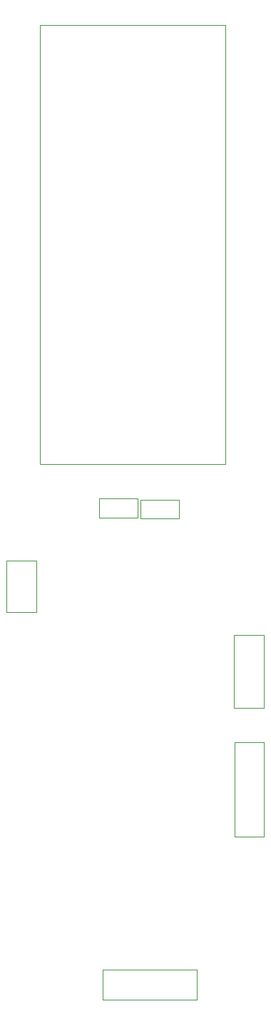
<source format=gbr>
%TF.GenerationSoftware,KiCad,Pcbnew,(7.0.0)*%
%TF.CreationDate,2023-05-30T18:27:12+05:30*%
%TF.ProjectId,voltmeter-pcb,766f6c74-6d65-4746-9572-2d7063622e6b,rev?*%
%TF.SameCoordinates,Original*%
%TF.FileFunction,Other,User*%
%FSLAX46Y46*%
G04 Gerber Fmt 4.6, Leading zero omitted, Abs format (unit mm)*
G04 Created by KiCad (PCBNEW (7.0.0)) date 2023-05-30 18:27:12*
%MOMM*%
%LPD*%
G01*
G04 APERTURE LIST*
%ADD10C,0.050000*%
%ADD11C,0.120000*%
G04 APERTURE END LIST*
D10*
%TO.C,J1*%
X154222500Y-116920000D02*
X157772500Y-116920000D01*
X154222500Y-125570000D02*
X154222500Y-116920000D01*
X157772500Y-116920000D02*
X157772500Y-125570000D01*
X157772500Y-125570000D02*
X154222500Y-125570000D01*
%TO.C,J2*%
X154247500Y-129610000D02*
X157797500Y-129610000D01*
X154247500Y-140810000D02*
X154247500Y-129610000D01*
X157797500Y-129610000D02*
X157797500Y-140810000D01*
X157797500Y-140810000D02*
X154247500Y-140810000D01*
D11*
%TO.C,U1*%
X131197500Y-44660000D02*
X153197500Y-44660000D01*
X131197500Y-96660000D02*
X131197500Y-44660000D01*
X153197500Y-44660000D02*
X153197500Y-96660000D01*
X153197500Y-96660000D02*
X131197500Y-96660000D01*
D10*
%TO.C,R1*%
X138182500Y-100760000D02*
X142742500Y-100760000D01*
X138182500Y-103000000D02*
X138182500Y-100760000D01*
X142742500Y-100760000D02*
X142742500Y-103000000D01*
X142742500Y-103000000D02*
X138182500Y-103000000D01*
%TO.C,J4*%
X149802500Y-156490000D02*
X149802500Y-160040000D01*
X138602500Y-156490000D02*
X149802500Y-156490000D01*
X149802500Y-160040000D02*
X138602500Y-160040000D01*
X138602500Y-160040000D02*
X138602500Y-156490000D01*
%TO.C,R2*%
X143092500Y-100870000D02*
X147652500Y-100870000D01*
X143092500Y-103110000D02*
X143092500Y-100870000D01*
X147652500Y-100870000D02*
X147652500Y-103110000D01*
X147652500Y-103110000D02*
X143092500Y-103110000D01*
%TO.C,J3*%
X127222500Y-108050000D02*
X130772500Y-108050000D01*
X127222500Y-114150000D02*
X127222500Y-108050000D01*
X130772500Y-108050000D02*
X130772500Y-114150000D01*
X130772500Y-114150000D02*
X127222500Y-114150000D01*
%TD*%
M02*

</source>
